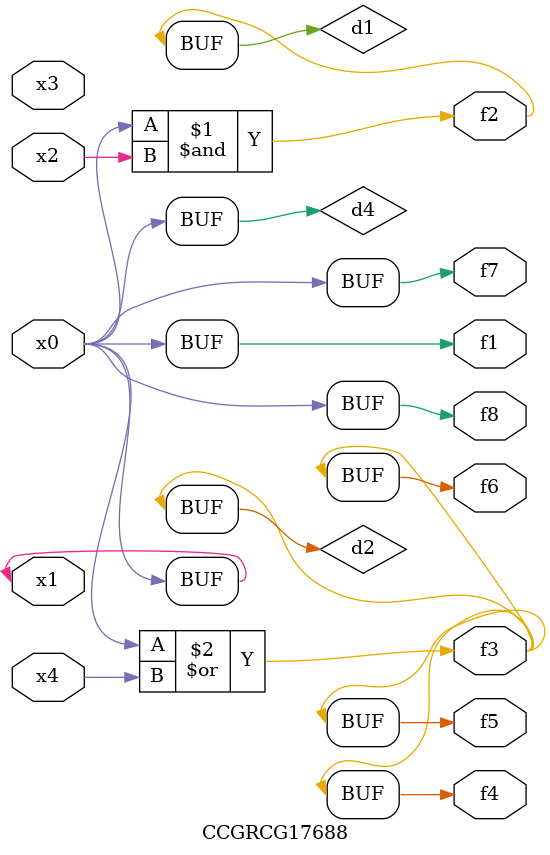
<source format=v>
module CCGRCG17688(
	input x0, x1, x2, x3, x4,
	output f1, f2, f3, f4, f5, f6, f7, f8
);

	wire d1, d2, d3, d4;

	and (d1, x0, x2);
	or (d2, x0, x4);
	nand (d3, x0, x2);
	buf (d4, x0, x1);
	assign f1 = d4;
	assign f2 = d1;
	assign f3 = d2;
	assign f4 = d2;
	assign f5 = d2;
	assign f6 = d2;
	assign f7 = d4;
	assign f8 = d4;
endmodule

</source>
